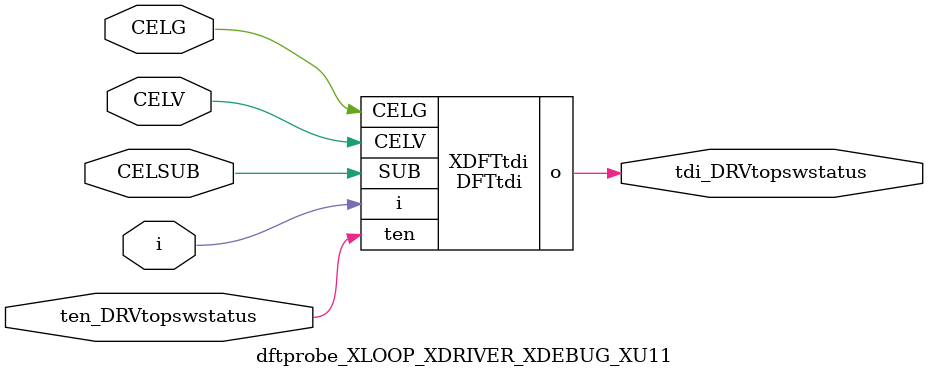
<source format=v>


module DFTtdi ( o, CELV, SUB, i, ten, CELG );

  input CELV;
  input ten;
  input i;
  output o;
  input CELG;
  input SUB;
endmodule


module dftprobe_XLOOP_XDRIVER_XDEBUG_XU11 (i,tdi_DRVtopswstatus,ten_DRVtopswstatus,CELG,CELSUB,CELV);
input  i;
output  tdi_DRVtopswstatus;
input  ten_DRVtopswstatus;
input  CELG;
input  CELSUB;
input  CELV;

DFTtdi XDFTtdi(
  .i (i),
  .o (tdi_DRVtopswstatus),
  .ten (ten_DRVtopswstatus),
  .CELG (CELG),
  .SUB (CELSUB),
  .CELV (CELV)
);

endmodule


</source>
